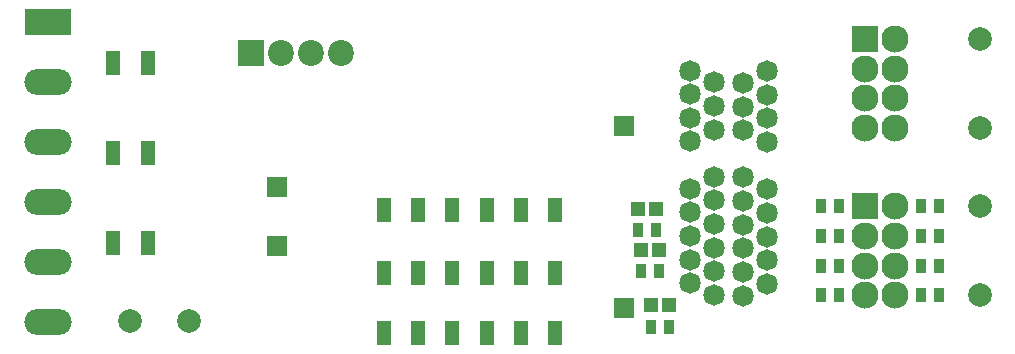
<source format=gbs>
G04 #@! TF.GenerationSoftware,KiCad,Pcbnew,(2018-02-15 revision 29b28de31)-makepkg*
G04 #@! TF.CreationDate,2019-05-03T22:38:47+03:00*
G04 #@! TF.ProjectId,din_power_atm90e26,64696E5F706F7765725F61746D393065,rev?*
G04 #@! TF.SameCoordinates,Original*
G04 #@! TF.FileFunction,Soldermask,Bot*
G04 #@! TF.FilePolarity,Negative*
%FSLAX46Y46*%
G04 Gerber Fmt 4.6, Leading zero omitted, Abs format (unit mm)*
G04 Created by KiCad (PCBNEW (2018-02-15 revision 29b28de31)-makepkg) date 05/03/19 22:38:47*
%MOMM*%
%LPD*%
G01*
G04 APERTURE LIST*
%ADD10C,1.822400*%
%ADD11C,2.000000*%
%ADD12C,2.200000*%
%ADD13R,2.200000X2.200000*%
%ADD14R,1.708000X1.708000*%
%ADD15R,2.300000X2.300000*%
%ADD16C,2.300000*%
%ADD17O,4.000000X2.200000*%
%ADD18R,4.000000X2.200000*%
%ADD19R,0.900000X1.300000*%
%ADD20R,1.300000X2.100000*%
%ADD21R,1.200000X1.150000*%
G04 APERTURE END LIST*
D10*
X169378000Y-62367400D03*
X169378000Y-64367400D03*
X169378000Y-66367400D03*
X169378000Y-68367400D03*
X169378000Y-70367400D03*
X169378000Y-72367400D03*
X171378000Y-71367400D03*
X171378000Y-69367400D03*
X171378000Y-67367400D03*
X171378000Y-65367400D03*
X171378000Y-63367400D03*
X166878000Y-72317400D03*
X166878000Y-70317400D03*
X166878000Y-68317400D03*
X166878000Y-66317400D03*
X166878000Y-64317400D03*
X166878000Y-62317400D03*
X164878000Y-63317400D03*
X164878000Y-65317400D03*
X164878000Y-67317400D03*
X164878000Y-69317400D03*
X164878000Y-71317400D03*
X171378000Y-53367400D03*
X171378000Y-55367400D03*
X171378000Y-57367400D03*
X171378000Y-59367400D03*
X169378000Y-58367400D03*
X169378000Y-56367400D03*
X169378000Y-54367400D03*
X164878000Y-59317400D03*
X164878000Y-57317400D03*
X164878000Y-55317400D03*
X164878000Y-53317400D03*
X166878000Y-54317400D03*
X166878000Y-56317400D03*
X166878000Y-58317400D03*
D11*
X117450000Y-74500000D03*
X122450000Y-74500000D03*
D12*
X135310000Y-51850000D03*
X132770000Y-51850000D03*
X130230000Y-51850000D03*
D13*
X127690000Y-51850000D03*
D14*
X159288000Y-73389000D03*
X159288000Y-57989000D03*
X129888000Y-68189000D03*
X129888000Y-63189000D03*
D15*
X179705000Y-64823400D03*
D16*
X179705000Y-67323400D03*
X179705000Y-69823400D03*
X179705000Y-72323400D03*
X182205000Y-64823400D03*
X182205000Y-67323400D03*
X182205000Y-69823400D03*
X182205000Y-72323400D03*
D11*
X189385000Y-64823400D03*
X189385000Y-72323400D03*
X189385000Y-58150000D03*
X189385000Y-50650000D03*
D16*
X182205000Y-58150000D03*
X182205000Y-55650000D03*
X182205000Y-53150000D03*
X182205000Y-50650000D03*
X179705000Y-58150000D03*
X179705000Y-55650000D03*
X179705000Y-53150000D03*
D15*
X179705000Y-50650000D03*
D17*
X110490000Y-74574400D03*
X110490000Y-69494400D03*
X110490000Y-64414400D03*
X110490000Y-59334400D03*
X110490000Y-54254400D03*
D18*
X110490000Y-49174400D03*
D19*
X185950000Y-64825000D03*
X184450000Y-64825000D03*
X185950000Y-72325000D03*
X184450000Y-72325000D03*
X185950000Y-69825000D03*
X184450000Y-69825000D03*
X175950000Y-72325000D03*
X177450000Y-72325000D03*
X175950000Y-69825000D03*
X177450000Y-69825000D03*
X175950000Y-67325000D03*
X177450000Y-67325000D03*
X184450000Y-67325000D03*
X185950000Y-67325000D03*
X175950000Y-64825000D03*
X177450000Y-64825000D03*
D20*
X144750000Y-65100000D03*
X147650000Y-65100000D03*
X150550000Y-75550000D03*
X153450000Y-75550000D03*
X153450000Y-70450000D03*
X150550000Y-70450000D03*
X153450000Y-65100000D03*
X150550000Y-65100000D03*
X147650000Y-75550000D03*
X144750000Y-75550000D03*
X144750000Y-70450000D03*
X147650000Y-70450000D03*
X141850000Y-70450000D03*
X138950000Y-70450000D03*
X138950000Y-75550000D03*
X141850000Y-75550000D03*
X118950000Y-67950000D03*
X116050000Y-67950000D03*
X118950000Y-52700000D03*
X116050000Y-52700000D03*
X138950000Y-65100000D03*
X141850000Y-65100000D03*
X118950000Y-60300000D03*
X116050000Y-60300000D03*
D21*
X163050000Y-73150000D03*
X161550000Y-73150000D03*
X162000000Y-65050000D03*
X160500000Y-65050000D03*
X162200000Y-68550000D03*
X160700000Y-68550000D03*
D19*
X163050000Y-75050000D03*
X161550000Y-75050000D03*
X162000000Y-66800000D03*
X160500000Y-66800000D03*
X162200000Y-70300000D03*
X160700000Y-70300000D03*
M02*

</source>
